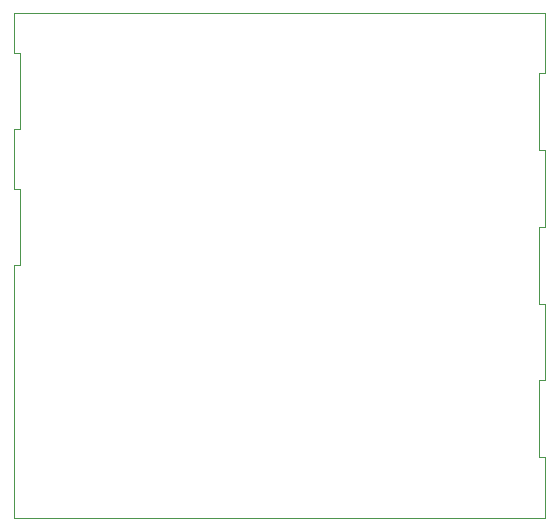
<source format=gbr>
%TF.GenerationSoftware,KiCad,Pcbnew,8.0.6*%
%TF.CreationDate,2024-11-09T22:42:30+08:00*%
%TF.ProjectId,usb_si5351_gpsdo,7573625f-7369-4353-9335-315f67707364,rev?*%
%TF.SameCoordinates,Original*%
%TF.FileFunction,Profile,NP*%
%FSLAX46Y46*%
G04 Gerber Fmt 4.6, Leading zero omitted, Abs format (unit mm)*
G04 Created by KiCad (PCBNEW 8.0.6) date 2024-11-09 22:42:30*
%MOMM*%
%LPD*%
G01*
G04 APERTURE LIST*
%TA.AperFunction,Profile*%
%ADD10C,0.050000*%
%TD*%
G04 APERTURE END LIST*
D10*
X140000000Y-94500000D02*
X140000000Y-89500000D01*
X140000000Y-83000000D02*
X140000000Y-79600000D01*
X185000000Y-117250000D02*
X185000000Y-122400000D01*
X184500000Y-117250000D02*
X185000000Y-117250000D01*
X184500000Y-97750000D02*
X184500000Y-104250000D01*
X184500000Y-110750000D02*
X184500000Y-117250000D01*
X184500000Y-97750000D02*
X185000000Y-97750000D01*
X184500000Y-84750000D02*
X184500000Y-91250000D01*
X185000000Y-79600000D02*
X140000000Y-79600000D01*
X185000000Y-97750000D02*
X185000000Y-91250000D01*
X140500000Y-94500000D02*
X140000000Y-94500000D01*
X140500000Y-89500000D02*
X140000000Y-89500000D01*
X140000000Y-122400000D02*
X185000000Y-122400000D01*
X185000000Y-104250000D02*
X184500000Y-104250000D01*
X184500000Y-110750000D02*
X185000000Y-110750000D01*
X140500000Y-83000000D02*
X140000000Y-83000000D01*
X185000000Y-110750000D02*
X185000000Y-104250000D01*
X184500000Y-84750000D02*
X185000000Y-84750000D01*
X140500000Y-83000000D02*
X140500000Y-89500000D01*
X140500000Y-101000000D02*
X140000000Y-101000000D01*
X185000000Y-91250000D02*
X184500000Y-91250000D01*
X185000000Y-84750000D02*
X185000000Y-79600000D01*
X140000000Y-122400000D02*
X140000000Y-101000000D01*
X140500000Y-94500000D02*
X140500000Y-101000000D01*
M02*

</source>
